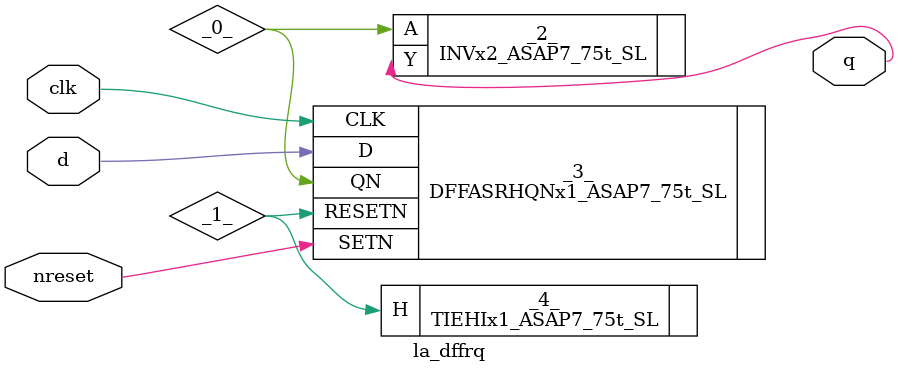
<source format=v>

/* Generated by Yosys 0.44 (git sha1 80ba43d26, g++ 11.4.0-1ubuntu1~22.04 -fPIC -O3) */

(* top =  1  *)
(* src = "inputs/la_dffrq.v:11.1-24.10" *)
module la_dffrq (
    d,
    clk,
    nreset,
    q
);
  wire _0_;
  wire _1_;
  (* src = "inputs/la_dffrq.v:15.16-15.19" *)
  input clk;
  wire clk;
  (* src = "inputs/la_dffrq.v:14.16-14.17" *)
  input d;
  wire d;
  (* src = "inputs/la_dffrq.v:16.16-16.22" *)
  input nreset;
  wire nreset;
  (* src = "inputs/la_dffrq.v:17.16-17.17" *)
  output q;
  wire q;
  INVx2_ASAP7_75t_SL _2_ (
      .A(_0_),
      .Y(q)
  );
  (* src = "inputs/la_dffrq.v:20.3-22.17" *)
  DFFASRHQNx1_ASAP7_75t_SL _3_ (
      .CLK(clk),
      .D(d),
      .QN(_0_),
      .RESETN(_1_),
      .SETN(nreset)
  );
  TIEHIx1_ASAP7_75t_SL _4_ (.H(_1_));
endmodule

</source>
